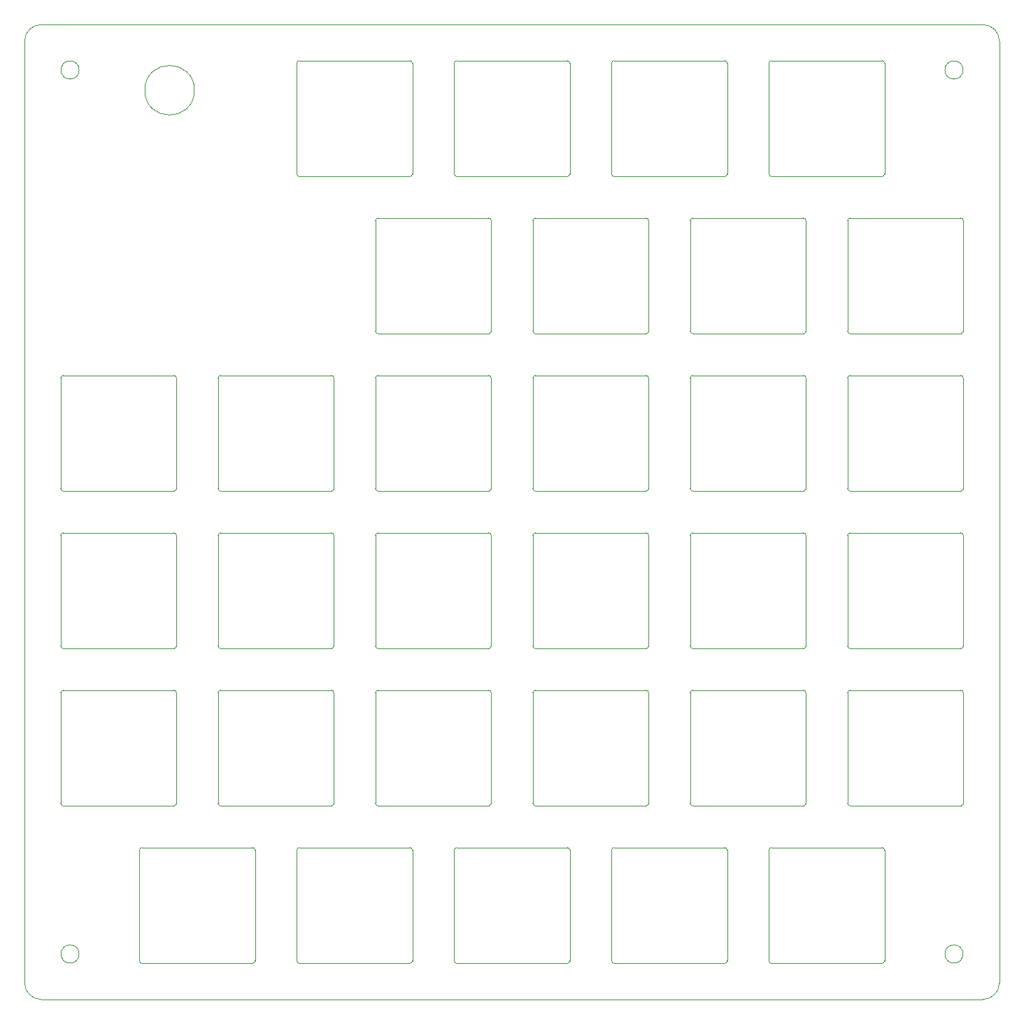
<source format=gbr>
%TF.GenerationSoftware,KiCad,Pcbnew,(5.1.9)-1*%
%TF.CreationDate,2021-05-21T21:10:52+09:00*%
%TF.ProjectId,topplate,746f7070-6c61-4746-952e-6b696361645f,1*%
%TF.SameCoordinates,Original*%
%TF.FileFunction,Profile,NP*%
%FSLAX46Y46*%
G04 Gerber Fmt 4.6, Leading zero omitted, Abs format (unit mm)*
G04 Created by KiCad (PCBNEW (5.1.9)-1) date 2021-05-21 21:10:52*
%MOMM*%
%LPD*%
G01*
G04 APERTURE LIST*
%TA.AperFunction,Profile*%
%ADD10C,0.050000*%
%TD*%
%TA.AperFunction,Profile*%
%ADD11C,0.120000*%
%TD*%
G04 APERTURE END LIST*
D10*
X111550000Y-48950000D02*
G75*
G03*
X111550000Y-48950000I-3000000J0D01*
G01*
X93000000Y-159000000D02*
G75*
G02*
X91000000Y-157000000I0J2000000D01*
G01*
X91000000Y-43000000D02*
G75*
G02*
X93000000Y-41000000I2000000J0D01*
G01*
X207000000Y-41000000D02*
G75*
G02*
X209000000Y-43000000I0J-2000000D01*
G01*
X209000000Y-157000000D02*
G75*
G02*
X207000000Y-159000000I-2000000J0D01*
G01*
X97600000Y-153500000D02*
G75*
G03*
X97600000Y-153500000I-1100000J0D01*
G01*
X204600000Y-153500000D02*
G75*
G03*
X204600000Y-153500000I-1100000J0D01*
G01*
X204600000Y-46500000D02*
G75*
G03*
X204600000Y-46500000I-1100000J0D01*
G01*
X97600000Y-46500000D02*
G75*
G03*
X97600000Y-46500000I-1100000J0D01*
G01*
X91000000Y-157000000D02*
X91000000Y-43000000D01*
X207000000Y-159000000D02*
X93000000Y-159000000D01*
X209000000Y-43000000D02*
X209000000Y-157000000D01*
X93000000Y-41000000D02*
X207000000Y-41000000D01*
D11*
%TO.C,SW31*%
X181100000Y-140925000D02*
X181100000Y-154325000D01*
X181400000Y-154625000D02*
X194800000Y-154625000D01*
X195100000Y-154325000D02*
X195100000Y-140925000D01*
X194800000Y-140625000D02*
X181400000Y-140625000D01*
X195100000Y-154325000D02*
G75*
G02*
X194800000Y-154625000I-300000J0D01*
G01*
X181400000Y-154625000D02*
G75*
G02*
X181100000Y-154325000I0J300000D01*
G01*
X181100000Y-140925000D02*
G75*
G02*
X181400000Y-140625000I300000J0D01*
G01*
X194800000Y-140625000D02*
G75*
G02*
X195100000Y-140925000I0J-300000D01*
G01*
%TO.C,SW30*%
X162050000Y-140925000D02*
X162050000Y-154325000D01*
X162350000Y-154625000D02*
X175750000Y-154625000D01*
X176050000Y-154325000D02*
X176050000Y-140925000D01*
X175750000Y-140625000D02*
X162350000Y-140625000D01*
X176050000Y-154325000D02*
G75*
G02*
X175750000Y-154625000I-300000J0D01*
G01*
X162350000Y-154625000D02*
G75*
G02*
X162050000Y-154325000I0J300000D01*
G01*
X162050000Y-140925000D02*
G75*
G02*
X162350000Y-140625000I300000J0D01*
G01*
X175750000Y-140625000D02*
G75*
G02*
X176050000Y-140925000I0J-300000D01*
G01*
%TO.C,SW29*%
X143000000Y-140925000D02*
X143000000Y-154325000D01*
X143300000Y-154625000D02*
X156700000Y-154625000D01*
X157000000Y-154325000D02*
X157000000Y-140925000D01*
X156700000Y-140625000D02*
X143300000Y-140625000D01*
X157000000Y-154325000D02*
G75*
G02*
X156700000Y-154625000I-300000J0D01*
G01*
X143300000Y-154625000D02*
G75*
G02*
X143000000Y-154325000I0J300000D01*
G01*
X143000000Y-140925000D02*
G75*
G02*
X143300000Y-140625000I300000J0D01*
G01*
X156700000Y-140625000D02*
G75*
G02*
X157000000Y-140925000I0J-300000D01*
G01*
%TO.C,SW28*%
X123950000Y-140925000D02*
X123950000Y-154325000D01*
X124250000Y-154625000D02*
X137650000Y-154625000D01*
X137950000Y-154325000D02*
X137950000Y-140925000D01*
X137650000Y-140625000D02*
X124250000Y-140625000D01*
X137950000Y-154325000D02*
G75*
G02*
X137650000Y-154625000I-300000J0D01*
G01*
X124250000Y-154625000D02*
G75*
G02*
X123950000Y-154325000I0J300000D01*
G01*
X123950000Y-140925000D02*
G75*
G02*
X124250000Y-140625000I300000J0D01*
G01*
X137650000Y-140625000D02*
G75*
G02*
X137950000Y-140925000I0J-300000D01*
G01*
%TO.C,SW27*%
X104900000Y-140925000D02*
X104900000Y-154325000D01*
X105200000Y-154625000D02*
X118600000Y-154625000D01*
X118900000Y-154325000D02*
X118900000Y-140925000D01*
X118600000Y-140625000D02*
X105200000Y-140625000D01*
X118900000Y-154325000D02*
G75*
G02*
X118600000Y-154625000I-300000J0D01*
G01*
X105200000Y-154625000D02*
G75*
G02*
X104900000Y-154325000I0J300000D01*
G01*
X104900000Y-140925000D02*
G75*
G02*
X105200000Y-140625000I300000J0D01*
G01*
X118600000Y-140625000D02*
G75*
G02*
X118900000Y-140925000I0J-300000D01*
G01*
%TO.C,SW26*%
X204625000Y-135275000D02*
X204625000Y-121875000D01*
X204325000Y-121575000D02*
X190925000Y-121575000D01*
X190625000Y-121875000D02*
X190625000Y-135275000D01*
X190925000Y-135575000D02*
X204325000Y-135575000D01*
X190625000Y-121875000D02*
G75*
G02*
X190925000Y-121575000I300000J0D01*
G01*
X204325000Y-121575000D02*
G75*
G02*
X204625000Y-121875000I0J-300000D01*
G01*
X204625000Y-135275000D02*
G75*
G02*
X204325000Y-135575000I-300000J0D01*
G01*
X190925000Y-135575000D02*
G75*
G02*
X190625000Y-135275000I0J300000D01*
G01*
%TO.C,SW25*%
X185575000Y-135275000D02*
X185575000Y-121875000D01*
X185275000Y-121575000D02*
X171875000Y-121575000D01*
X171575000Y-121875000D02*
X171575000Y-135275000D01*
X171875000Y-135575000D02*
X185275000Y-135575000D01*
X171575000Y-121875000D02*
G75*
G02*
X171875000Y-121575000I300000J0D01*
G01*
X185275000Y-121575000D02*
G75*
G02*
X185575000Y-121875000I0J-300000D01*
G01*
X185575000Y-135275000D02*
G75*
G02*
X185275000Y-135575000I-300000J0D01*
G01*
X171875000Y-135575000D02*
G75*
G02*
X171575000Y-135275000I0J300000D01*
G01*
%TO.C,SW24*%
X166525000Y-135275000D02*
X166525000Y-121875000D01*
X166225000Y-121575000D02*
X152825000Y-121575000D01*
X152525000Y-121875000D02*
X152525000Y-135275000D01*
X152825000Y-135575000D02*
X166225000Y-135575000D01*
X152525000Y-121875000D02*
G75*
G02*
X152825000Y-121575000I300000J0D01*
G01*
X166225000Y-121575000D02*
G75*
G02*
X166525000Y-121875000I0J-300000D01*
G01*
X166525000Y-135275000D02*
G75*
G02*
X166225000Y-135575000I-300000J0D01*
G01*
X152825000Y-135575000D02*
G75*
G02*
X152525000Y-135275000I0J300000D01*
G01*
%TO.C,SW23*%
X147475000Y-135275000D02*
X147475000Y-121875000D01*
X147175000Y-121575000D02*
X133775000Y-121575000D01*
X133475000Y-121875000D02*
X133475000Y-135275000D01*
X133775000Y-135575000D02*
X147175000Y-135575000D01*
X133475000Y-121875000D02*
G75*
G02*
X133775000Y-121575000I300000J0D01*
G01*
X147175000Y-121575000D02*
G75*
G02*
X147475000Y-121875000I0J-300000D01*
G01*
X147475000Y-135275000D02*
G75*
G02*
X147175000Y-135575000I-300000J0D01*
G01*
X133775000Y-135575000D02*
G75*
G02*
X133475000Y-135275000I0J300000D01*
G01*
%TO.C,SW22*%
X128425000Y-135275000D02*
X128425000Y-121875000D01*
X128125000Y-121575000D02*
X114725000Y-121575000D01*
X114425000Y-121875000D02*
X114425000Y-135275000D01*
X114725000Y-135575000D02*
X128125000Y-135575000D01*
X114425000Y-121875000D02*
G75*
G02*
X114725000Y-121575000I300000J0D01*
G01*
X128125000Y-121575000D02*
G75*
G02*
X128425000Y-121875000I0J-300000D01*
G01*
X128425000Y-135275000D02*
G75*
G02*
X128125000Y-135575000I-300000J0D01*
G01*
X114725000Y-135575000D02*
G75*
G02*
X114425000Y-135275000I0J300000D01*
G01*
%TO.C,SW21*%
X109375000Y-135275000D02*
X109375000Y-121875000D01*
X109075000Y-121575000D02*
X95675000Y-121575000D01*
X95375000Y-121875000D02*
X95375000Y-135275000D01*
X95675000Y-135575000D02*
X109075000Y-135575000D01*
X95375000Y-121875000D02*
G75*
G02*
X95675000Y-121575000I300000J0D01*
G01*
X109075000Y-121575000D02*
G75*
G02*
X109375000Y-121875000I0J-300000D01*
G01*
X109375000Y-135275000D02*
G75*
G02*
X109075000Y-135575000I-300000J0D01*
G01*
X95675000Y-135575000D02*
G75*
G02*
X95375000Y-135275000I0J300000D01*
G01*
%TO.C,SW20*%
X204625000Y-116225000D02*
X204625000Y-102825000D01*
X204325000Y-102525000D02*
X190925000Y-102525000D01*
X190625000Y-102825000D02*
X190625000Y-116225000D01*
X190925000Y-116525000D02*
X204325000Y-116525000D01*
X190625000Y-102825000D02*
G75*
G02*
X190925000Y-102525000I300000J0D01*
G01*
X204325000Y-102525000D02*
G75*
G02*
X204625000Y-102825000I0J-300000D01*
G01*
X204625000Y-116225000D02*
G75*
G02*
X204325000Y-116525000I-300000J0D01*
G01*
X190925000Y-116525000D02*
G75*
G02*
X190625000Y-116225000I0J300000D01*
G01*
%TO.C,SW19*%
X185575000Y-116225000D02*
X185575000Y-102825000D01*
X185275000Y-102525000D02*
X171875000Y-102525000D01*
X171575000Y-102825000D02*
X171575000Y-116225000D01*
X171875000Y-116525000D02*
X185275000Y-116525000D01*
X171575000Y-102825000D02*
G75*
G02*
X171875000Y-102525000I300000J0D01*
G01*
X185275000Y-102525000D02*
G75*
G02*
X185575000Y-102825000I0J-300000D01*
G01*
X185575000Y-116225000D02*
G75*
G02*
X185275000Y-116525000I-300000J0D01*
G01*
X171875000Y-116525000D02*
G75*
G02*
X171575000Y-116225000I0J300000D01*
G01*
%TO.C,SW18*%
X166525000Y-116225000D02*
X166525000Y-102825000D01*
X166225000Y-102525000D02*
X152825000Y-102525000D01*
X152525000Y-102825000D02*
X152525000Y-116225000D01*
X152825000Y-116525000D02*
X166225000Y-116525000D01*
X152525000Y-102825000D02*
G75*
G02*
X152825000Y-102525000I300000J0D01*
G01*
X166225000Y-102525000D02*
G75*
G02*
X166525000Y-102825000I0J-300000D01*
G01*
X166525000Y-116225000D02*
G75*
G02*
X166225000Y-116525000I-300000J0D01*
G01*
X152825000Y-116525000D02*
G75*
G02*
X152525000Y-116225000I0J300000D01*
G01*
%TO.C,SW17*%
X147475000Y-116225000D02*
X147475000Y-102825000D01*
X147175000Y-102525000D02*
X133775000Y-102525000D01*
X133475000Y-102825000D02*
X133475000Y-116225000D01*
X133775000Y-116525000D02*
X147175000Y-116525000D01*
X133475000Y-102825000D02*
G75*
G02*
X133775000Y-102525000I300000J0D01*
G01*
X147175000Y-102525000D02*
G75*
G02*
X147475000Y-102825000I0J-300000D01*
G01*
X147475000Y-116225000D02*
G75*
G02*
X147175000Y-116525000I-300000J0D01*
G01*
X133775000Y-116525000D02*
G75*
G02*
X133475000Y-116225000I0J300000D01*
G01*
%TO.C,SW16*%
X128425000Y-116225000D02*
X128425000Y-102825000D01*
X128125000Y-102525000D02*
X114725000Y-102525000D01*
X114425000Y-102825000D02*
X114425000Y-116225000D01*
X114725000Y-116525000D02*
X128125000Y-116525000D01*
X114425000Y-102825000D02*
G75*
G02*
X114725000Y-102525000I300000J0D01*
G01*
X128125000Y-102525000D02*
G75*
G02*
X128425000Y-102825000I0J-300000D01*
G01*
X128425000Y-116225000D02*
G75*
G02*
X128125000Y-116525000I-300000J0D01*
G01*
X114725000Y-116525000D02*
G75*
G02*
X114425000Y-116225000I0J300000D01*
G01*
%TO.C,SW15*%
X109375000Y-116225000D02*
X109375000Y-102825000D01*
X109075000Y-102525000D02*
X95675000Y-102525000D01*
X95375000Y-102825000D02*
X95375000Y-116225000D01*
X95675000Y-116525000D02*
X109075000Y-116525000D01*
X95375000Y-102825000D02*
G75*
G02*
X95675000Y-102525000I300000J0D01*
G01*
X109075000Y-102525000D02*
G75*
G02*
X109375000Y-102825000I0J-300000D01*
G01*
X109375000Y-116225000D02*
G75*
G02*
X109075000Y-116525000I-300000J0D01*
G01*
X95675000Y-116525000D02*
G75*
G02*
X95375000Y-116225000I0J300000D01*
G01*
%TO.C,SW14*%
X204625000Y-97175000D02*
X204625000Y-83775000D01*
X204325000Y-83475000D02*
X190925000Y-83475000D01*
X190625000Y-83775000D02*
X190625000Y-97175000D01*
X190925000Y-97475000D02*
X204325000Y-97475000D01*
X190625000Y-83775000D02*
G75*
G02*
X190925000Y-83475000I300000J0D01*
G01*
X204325000Y-83475000D02*
G75*
G02*
X204625000Y-83775000I0J-300000D01*
G01*
X204625000Y-97175000D02*
G75*
G02*
X204325000Y-97475000I-300000J0D01*
G01*
X190925000Y-97475000D02*
G75*
G02*
X190625000Y-97175000I0J300000D01*
G01*
%TO.C,SW13*%
X185575000Y-97175000D02*
X185575000Y-83775000D01*
X185275000Y-83475000D02*
X171875000Y-83475000D01*
X171575000Y-83775000D02*
X171575000Y-97175000D01*
X171875000Y-97475000D02*
X185275000Y-97475000D01*
X171575000Y-83775000D02*
G75*
G02*
X171875000Y-83475000I300000J0D01*
G01*
X185275000Y-83475000D02*
G75*
G02*
X185575000Y-83775000I0J-300000D01*
G01*
X185575000Y-97175000D02*
G75*
G02*
X185275000Y-97475000I-300000J0D01*
G01*
X171875000Y-97475000D02*
G75*
G02*
X171575000Y-97175000I0J300000D01*
G01*
%TO.C,SW12*%
X166525000Y-97175000D02*
X166525000Y-83775000D01*
X166225000Y-83475000D02*
X152825000Y-83475000D01*
X152525000Y-83775000D02*
X152525000Y-97175000D01*
X152825000Y-97475000D02*
X166225000Y-97475000D01*
X152525000Y-83775000D02*
G75*
G02*
X152825000Y-83475000I300000J0D01*
G01*
X166225000Y-83475000D02*
G75*
G02*
X166525000Y-83775000I0J-300000D01*
G01*
X166525000Y-97175000D02*
G75*
G02*
X166225000Y-97475000I-300000J0D01*
G01*
X152825000Y-97475000D02*
G75*
G02*
X152525000Y-97175000I0J300000D01*
G01*
%TO.C,SW11*%
X147475000Y-97175000D02*
X147475000Y-83775000D01*
X147175000Y-83475000D02*
X133775000Y-83475000D01*
X133475000Y-83775000D02*
X133475000Y-97175000D01*
X133775000Y-97475000D02*
X147175000Y-97475000D01*
X133475000Y-83775000D02*
G75*
G02*
X133775000Y-83475000I300000J0D01*
G01*
X147175000Y-83475000D02*
G75*
G02*
X147475000Y-83775000I0J-300000D01*
G01*
X147475000Y-97175000D02*
G75*
G02*
X147175000Y-97475000I-300000J0D01*
G01*
X133775000Y-97475000D02*
G75*
G02*
X133475000Y-97175000I0J300000D01*
G01*
%TO.C,SW10*%
X128425000Y-97175000D02*
X128425000Y-83775000D01*
X128125000Y-83475000D02*
X114725000Y-83475000D01*
X114425000Y-83775000D02*
X114425000Y-97175000D01*
X114725000Y-97475000D02*
X128125000Y-97475000D01*
X114425000Y-83775000D02*
G75*
G02*
X114725000Y-83475000I300000J0D01*
G01*
X128125000Y-83475000D02*
G75*
G02*
X128425000Y-83775000I0J-300000D01*
G01*
X128425000Y-97175000D02*
G75*
G02*
X128125000Y-97475000I-300000J0D01*
G01*
X114725000Y-97475000D02*
G75*
G02*
X114425000Y-97175000I0J300000D01*
G01*
%TO.C,SW9*%
X109375000Y-97175000D02*
X109375000Y-83775000D01*
X109075000Y-83475000D02*
X95675000Y-83475000D01*
X95375000Y-83775000D02*
X95375000Y-97175000D01*
X95675000Y-97475000D02*
X109075000Y-97475000D01*
X95375000Y-83775000D02*
G75*
G02*
X95675000Y-83475000I300000J0D01*
G01*
X109075000Y-83475000D02*
G75*
G02*
X109375000Y-83775000I0J-300000D01*
G01*
X109375000Y-97175000D02*
G75*
G02*
X109075000Y-97475000I-300000J0D01*
G01*
X95675000Y-97475000D02*
G75*
G02*
X95375000Y-97175000I0J300000D01*
G01*
%TO.C,SW8*%
X204625000Y-78124900D02*
X204625000Y-64724900D01*
X204325000Y-64424900D02*
X190925000Y-64424900D01*
X190625000Y-64724900D02*
X190625000Y-78124900D01*
X190925000Y-78424900D02*
X204325000Y-78424900D01*
X190625000Y-64724900D02*
G75*
G02*
X190925000Y-64424900I300000J0D01*
G01*
X204325000Y-64424900D02*
G75*
G02*
X204625000Y-64724900I0J-300000D01*
G01*
X204625000Y-78124900D02*
G75*
G02*
X204325000Y-78424900I-300000J0D01*
G01*
X190925000Y-78424900D02*
G75*
G02*
X190625000Y-78124900I0J300000D01*
G01*
%TO.C,SW7*%
X185575000Y-78124900D02*
X185575000Y-64724900D01*
X185275000Y-64424900D02*
X171875000Y-64424900D01*
X171575000Y-64724900D02*
X171575000Y-78124900D01*
X171875000Y-78424900D02*
X185275000Y-78424900D01*
X171575000Y-64724900D02*
G75*
G02*
X171875000Y-64424900I300000J0D01*
G01*
X185275000Y-64424900D02*
G75*
G02*
X185575000Y-64724900I0J-300000D01*
G01*
X185575000Y-78124900D02*
G75*
G02*
X185275000Y-78424900I-300000J0D01*
G01*
X171875000Y-78424900D02*
G75*
G02*
X171575000Y-78124900I0J300000D01*
G01*
%TO.C,SW6*%
X166525000Y-78124900D02*
X166525000Y-64724900D01*
X166225000Y-64424900D02*
X152825000Y-64424900D01*
X152525000Y-64724900D02*
X152525000Y-78124900D01*
X152825000Y-78424900D02*
X166225000Y-78424900D01*
X152525000Y-64724900D02*
G75*
G02*
X152825000Y-64424900I300000J0D01*
G01*
X166225000Y-64424900D02*
G75*
G02*
X166525000Y-64724900I0J-300000D01*
G01*
X166525000Y-78124900D02*
G75*
G02*
X166225000Y-78424900I-300000J0D01*
G01*
X152825000Y-78424900D02*
G75*
G02*
X152525000Y-78124900I0J300000D01*
G01*
%TO.C,SW5*%
X147475000Y-78124900D02*
X147475000Y-64724900D01*
X147175000Y-64424900D02*
X133775000Y-64424900D01*
X133475000Y-64724900D02*
X133475000Y-78124900D01*
X133775000Y-78424900D02*
X147175000Y-78424900D01*
X133475000Y-64724900D02*
G75*
G02*
X133775000Y-64424900I300000J0D01*
G01*
X147175000Y-64424900D02*
G75*
G02*
X147475000Y-64724900I0J-300000D01*
G01*
X147475000Y-78124900D02*
G75*
G02*
X147175000Y-78424900I-300000J0D01*
G01*
X133775000Y-78424900D02*
G75*
G02*
X133475000Y-78124900I0J300000D01*
G01*
%TO.C,SW4*%
X195100000Y-59074800D02*
X195100000Y-45674800D01*
X194800000Y-45374800D02*
X181400000Y-45374800D01*
X181100000Y-45674800D02*
X181100000Y-59074800D01*
X181400000Y-59374800D02*
X194800000Y-59374800D01*
X181100000Y-45674800D02*
G75*
G02*
X181400000Y-45374800I300000J0D01*
G01*
X194800000Y-45374800D02*
G75*
G02*
X195100000Y-45674800I0J-300000D01*
G01*
X195100000Y-59074800D02*
G75*
G02*
X194800000Y-59374800I-300000J0D01*
G01*
X181400000Y-59374800D02*
G75*
G02*
X181100000Y-59074800I0J300000D01*
G01*
%TO.C,SW3*%
X176050000Y-59074800D02*
X176050000Y-45674800D01*
X175750000Y-45374800D02*
X162350000Y-45374800D01*
X162050000Y-45674800D02*
X162050000Y-59074800D01*
X162350000Y-59374800D02*
X175750000Y-59374800D01*
X162050000Y-45674800D02*
G75*
G02*
X162350000Y-45374800I300000J0D01*
G01*
X175750000Y-45374800D02*
G75*
G02*
X176050000Y-45674800I0J-300000D01*
G01*
X176050000Y-59074800D02*
G75*
G02*
X175750000Y-59374800I-300000J0D01*
G01*
X162350000Y-59374800D02*
G75*
G02*
X162050000Y-59074800I0J300000D01*
G01*
%TO.C,SW2*%
X157000000Y-59074800D02*
X157000000Y-45674800D01*
X156700000Y-45374800D02*
X143300000Y-45374800D01*
X143000000Y-45674800D02*
X143000000Y-59074800D01*
X143300000Y-59374800D02*
X156700000Y-59374800D01*
X143000000Y-45674800D02*
G75*
G02*
X143300000Y-45374800I300000J0D01*
G01*
X156700000Y-45374800D02*
G75*
G02*
X157000000Y-45674800I0J-300000D01*
G01*
X157000000Y-59074800D02*
G75*
G02*
X156700000Y-59374800I-300000J0D01*
G01*
X143300000Y-59374800D02*
G75*
G02*
X143000000Y-59074800I0J300000D01*
G01*
%TO.C,SW1*%
X137950000Y-59074800D02*
X137950000Y-45674800D01*
X137650000Y-45374800D02*
X124250000Y-45374800D01*
X123950000Y-45674800D02*
X123950000Y-59074800D01*
X124250000Y-59374800D02*
X137650000Y-59374800D01*
X123950000Y-45674800D02*
G75*
G02*
X124250000Y-45374800I300000J0D01*
G01*
X137650000Y-45374800D02*
G75*
G02*
X137950000Y-45674800I0J-300000D01*
G01*
X137950000Y-59074800D02*
G75*
G02*
X137650000Y-59374800I-300000J0D01*
G01*
X124250000Y-59374800D02*
G75*
G02*
X123950000Y-59074800I0J300000D01*
G01*
%TD*%
M02*

</source>
